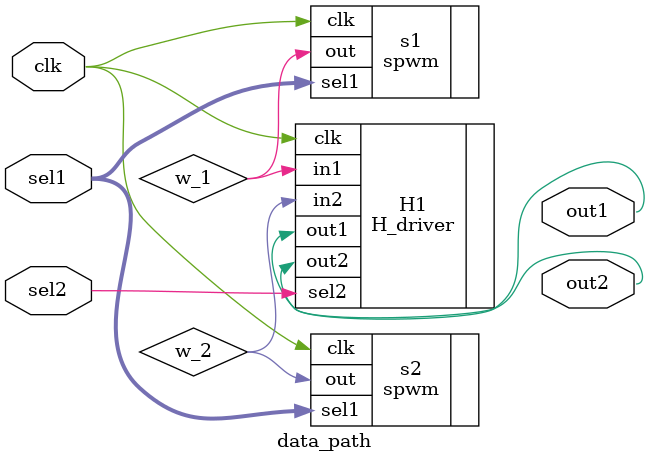
<source format=v>

module data_path(
	input clk,
	input [5:0] sel1,
	input sel2,
	output out1,
	output out2
	);
	
	wire w_1, w_2;
	
	
	spwm s1(
		.clk(clk),
		.sel1(sel1),
		.out(w_1)
		);
	
	spwm s2(
		.clk(clk),
		.sel1(sel1),
		.out(w_2)
		);
		
	H_driver H1(
		.clk(clk),
		.sel2(sel2),
		.in1(w_1),
		.in2(w_2),
		.out1(out1),
		.out2(out2)
		);
	
endmodule
</source>
